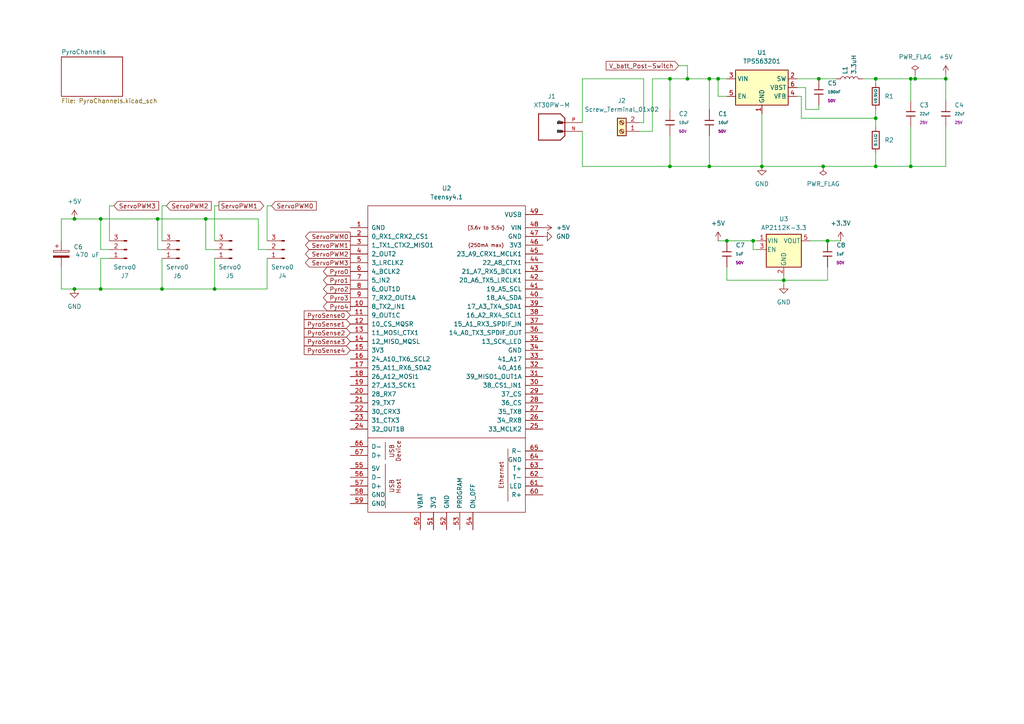
<source format=kicad_sch>
(kicad_sch (version 20250114) (generator "eeschema") (generator_version "9.0")
  (paper "A4")
  (title_block (title "Pronoia Sustainer") (date "2026-01-22") (rev "1.0") (company "Walla Walla University") (comment 1 "Prometheus Rocket Project"))
  (lib_symbols
    (symbol "Connector:Conn_01x03_Pin" (pin_names (offset 1.016) (hide yes))
      (property "Reference" "J" (at 0 5.08 0))
      (property "Value" "Conn_01x03_Pin" (at 0 -5.08 0))
      (symbol "Conn_01x03_Pin_1_1"
        (rectangle (start 0.8636 2.667) (end 0 2.413) (stroke (width 0.1524)) (fill (type outline)))
        (rectangle (start 0.8636 0.127) (end 0 -0.127) (stroke (width 0.1524)) (fill (type outline)))
        (rectangle (start 0.8636 -2.413) (end 0 -2.667) (stroke (width 0.1524)) (fill (type outline)))
        (polyline (pts (xy 1.27 2.54) (xy 0.8636 2.54)) (stroke (width 0.1524)))
        (polyline (pts (xy 1.27 0) (xy 0.8636 0)) (stroke (width 0.1524)))
        (polyline (pts (xy 1.27 -2.54) (xy 0.8636 -2.54)) (stroke (width 0.1524)))
        (pin passive line (at 5.08 2.54 180) (length 3.81) (name "Pin_1") (number "1"))
        (pin passive line (at 5.08 0 180) (length 3.81) (name "Pin_2") (number "2"))
        (pin passive line (at 5.08 -2.54 180) (length 3.81) (name "Pin_3") (number "3"))
      )
    )
    (symbol "Connector:Screw_Terminal_01x02" (pin_names (offset 1.016) (hide yes))
      (property "Reference" "J" (at 0 2.54 0))
      (property "Value" "Screw_Terminal_01x02" (at 0 -5.08 0))
      (symbol "Screw_Terminal_01x02_1_1"
        (rectangle (start -1.27 1.27) (end 1.27 -3.81) (stroke (width 0.254)) (fill (type background)))
        (polyline (pts (xy -0.5334 0.3302) (xy 0.3302 -0.508)) (stroke (width 0.1524)))
        (polyline (pts (xy -0.5334 -2.2098) (xy 0.3302 -3.048)) (stroke (width 0.1524)))
        (polyline (pts (xy -0.3556 0.508) (xy 0.508 -0.3302)) (stroke (width 0.1524)))
        (polyline (pts (xy -0.3556 -2.032) (xy 0.508 -2.8702)) (stroke (width 0.1524)))
        (circle (center 0 0) (radius 0.635) (stroke (width 0.1524)))
        (circle (center 0 -2.54) (radius 0.635) (stroke (width 0.1524)))
        (pin passive line (at -5.08 0 0) (length 3.81) (name "Pin_1") (number "1"))
        (pin passive line (at -5.08 -2.54 0) (length 3.81) (name "Pin_2") (number "2"))
      )
    )
    (symbol "Device:C_Polarized" (pin_numbers (hide yes)) (pin_names (offset 0.254))
      (property "Reference" "C" (at 0.635 2.54 0))
      (property "Value" "C_Polarized" (at 0.635 -2.54 0))
      (symbol "C_Polarized_0_1"
        (rectangle (start -2.286 0.508) (end 2.286 1.016))
        (polyline (pts (xy -1.778 2.286) (xy -0.762 2.286)))
        (polyline (pts (xy -1.27 2.794) (xy -1.27 1.778)))
        (rectangle (start 2.286 -0.508) (end -2.286 -1.016) (fill (type outline)))
      )
      (symbol "C_Polarized_1_1"
        (pin passive line (at 0 3.81 270) (length 2.794) (name "~") (number "1"))
        (pin passive line (at 0 -3.81 90) (length 2.794) (name "~") (number "2"))
      )
    )
    (symbol "Device:L" (pin_numbers (hide yes)) (pin_names (offset 1.016) (hide yes))
      (property "Reference" "L" (at -1.27 0 90))
      (property "Value" "L" (at 1.905 0 90))
      (symbol "L_0_1"
        (arc (start 0 2.54) (mid 0.6323 1.905) (end 0 1.27))
        (arc (start 0 1.27) (mid 0.6323 0.635) (end 0 0))
        (arc (start 0 0) (mid 0.6323 -0.635) (end 0 -1.27))
        (arc (start 0 -1.27) (mid 0.6323 -1.905) (end 0 -2.54))
      )
      (symbol "L_1_1"
        (pin passive line (at 0 3.81 270) (length 1.27) (name "1") (number "1"))
        (pin passive line (at 0 -3.81 90) (length 1.27) (name "2") (number "2"))
      )
    )
    (symbol "PCM_JLCPCB-Capacitors:0603,1uF" (pin_numbers (hide yes)) (pin_names (offset 0))
      (property "Reference" "C" (at 2.032 1.668 0))
      (property "Value" "1uF" (at 2.032 -0.3782 0))
      (property "Voltage Rated" "50V" (at 2.032 -2.0462 0))
      (symbol "0603,1uF_0_1"
        (polyline (pts (xy -1.27 0.635) (xy 1.27 0.635)) (stroke (width 0.254)))
        (polyline (pts (xy -1.27 -0.635) (xy 1.27 -0.635)) (stroke (width 0.254)))
      )
      (symbol "0603,1uF_1_1"
        (pin passive line (at 0 3.81 270) (length 3.175) (name "~") (number "1"))
        (pin passive line (at 0 -3.81 90) (length 3.175) (name "~") (number "2"))
      )
    )
    (symbol "PCM_JLCPCB-Capacitors:0805,22uF" (pin_numbers (hide yes)) (pin_names (offset 0))
      (property "Reference" "C" (at 2.032 1.668 0))
      (property "Value" "22uF" (at 2.032 -0.3782 0))
      (property "Voltage Rated" "25V" (at 2.032 -2.0462 0))
      (symbol "0805,22uF_0_1"
        (polyline (pts (xy -1.27 0.635) (xy 1.27 0.635)) (stroke (width 0.254)))
        (polyline (pts (xy -1.27 -0.635) (xy 1.27 -0.635)) (stroke (width 0.254)))
      )
      (symbol "0805,22uF_1_1"
        (pin passive line (at 0 3.81 270) (length 3.175) (name "~") (number "1"))
        (pin passive line (at 0 -3.81 90) (length 3.175) (name "~") (number "2"))
      )
    )
    (symbol "PCM_JLCPCB-Capacitors:1206,100nF" (pin_numbers (hide yes)) (pin_names (offset 0))
      (property "Reference" "C" (at 2.032 1.668 0))
      (property "Value" "100nF" (at 2.032 -0.3782 0))
      (property "Voltage Rated" "50V" (at 2.032 -2.0462 0))
      (symbol "1206,100nF_0_1"
        (polyline (pts (xy -1.27 0.635) (xy 1.27 0.635)) (stroke (width 0.254)))
        (polyline (pts (xy -1.27 -0.635) (xy 1.27 -0.635)) (stroke (width 0.254)))
      )
      (symbol "1206,100nF_1_1"
        (pin passive line (at 0 3.81 270) (length 3.175) (name "~") (number "1"))
        (pin passive line (at 0 -3.81 90) (length 3.175) (name "~") (number "2"))
      )
    )
    (symbol "PCM_JLCPCB-Capacitors:1206,10uF" (pin_numbers (hide yes)) (pin_names (offset 0))
      (property "Reference" "C" (at 2.032 1.668 0))
      (property "Value" "10uF" (at 2.032 -0.3782 0))
      (property "Voltage Rated" "50V" (at 2.032 -2.0462 0))
      (symbol "1206,10uF_0_1"
        (polyline (pts (xy -1.27 0.635) (xy 1.27 0.635)) (stroke (width 0.254)))
        (polyline (pts (xy -1.27 -0.635) (xy 1.27 -0.635)) (stroke (width 0.254)))
      )
      (symbol "1206,10uF_1_1"
        (pin passive line (at 0 3.81 270) (length 3.175) (name "~") (number "1"))
        (pin passive line (at 0 -3.81 90) (length 3.175) (name "~") (number "2"))
      )
    )
    (symbol "PCM_JLCPCB-Resistors:0805,49.9kΩ" (pin_numbers (hide yes)) (pin_names (offset 0))
      (property "Reference" "R" (at 1.778 0 0))
      (property "Value" "49.9kΩ" (at 0 0 90))
      (symbol "0805,49.9kΩ_0_1"
        (rectangle (start -1.016 2.54) (end 1.016 -2.54) (stroke (width 0.254)))
      )
      (symbol "0805,49.9kΩ_1_1"
        (pin passive line (at 0 3.81 270) (length 1.27) (name "~") (number "1"))
        (pin passive line (at 0 -3.81 90) (length 1.27) (name "~") (number "2"))
      )
    )
    (symbol "PCM_JLCPCB-Resistors:0805,9.1kΩ" (pin_numbers (hide yes)) (pin_names (offset 0))
      (property "Reference" "R" (at 1.778 0 0))
      (property "Value" "9.1kΩ" (at 0 0 90))
      (symbol "0805,9.1kΩ_0_1"
        (rectangle (start -1.016 2.54) (end 1.016 -2.54) (stroke (width 0.254)))
      )
      (symbol "0805,9.1kΩ_1_1"
        (pin passive line (at 0 3.81 270) (length 1.27) (name "~") (number "1"))
        (pin passive line (at 0 -3.81 90) (length 1.27) (name "~") (number "2"))
      )
    )
    (symbol "Regulator_Linear:AP2112K-3.3" (pin_names (offset 0.254))
      (property "Reference" "U" (at -5.08 5.715 0))
      (property "Value" "AP2112K-3.3" (at 0 5.715 0))
      (symbol "AP2112K-3.3_0_1"
        (rectangle (start -5.08 4.445) (end 5.08 -5.08) (stroke (width 0.254)) (fill (type background)))
      )
      (symbol "AP2112K-3.3_1_1"
        (pin power_in line (at -7.62 2.54 0) (length 2.54) (name "VIN") (number "1"))
        (pin input line (at -7.62 0 0) (length 2.54) (name "EN") (number "3"))
        (pin power_in line (at 0 -7.62 90) (length 2.54) (name "GND") (number "2"))
        (pin no_connect line (at 5.08 0 180) (length 2.54) (hide yes) (name "NC") (number "4"))
        (pin power_out line (at 7.62 2.54 180) (length 2.54) (name "VOUT") (number "5"))
      )
    )
    (symbol "Regulator_Switching:TPS563201"
      (property "Reference" "U" (at -7.62 6.35 0))
      (property "Value" "TPS563201" (at -2.54 6.35 0))
      (symbol "TPS563201_0_1"
        (rectangle (start -7.62 5.08) (end 7.62 -5.08) (stroke (width 0.254)) (fill (type background)))
      )
      (symbol "TPS563201_1_1"
        (pin power_in line (at -10.16 2.54 0) (length 2.54) (name "VIN") (number "3"))
        (pin input line (at -10.16 -2.54 0) (length 2.54) (name "EN") (number "5"))
        (pin power_in line (at 0 -7.62 90) (length 2.54) (name "GND") (number "1"))
        (pin output line (at 10.16 2.54 180) (length 2.54) (name "SW") (number "2"))
        (pin passive line (at 10.16 0 180) (length 2.54) (name "VBST") (number "6"))
        (pin input line (at 10.16 -2.54 180) (length 2.54) (name "VFB") (number "4"))
      )
    )
    (symbol "XT30PW-M:XT30PW-M" (pin_names (offset 1.016))
      (property "Reference" "J" (at -7.62 3.302 0))
      (property "Value" "XT30PW-M" (at -7.62 -7.62 0))
      (symbol "XT30PW-M_0_0"
        (polyline (pts (xy -7.62 2.54) (xy -1.27 2.54)) (stroke (width 0.254)))
        (polyline (pts (xy -7.62 -5.08) (xy -7.62 2.54)) (stroke (width 0.254)))
        (rectangle (start -2.2225 -0.3175) (end -0.635 0.3175) (stroke (width 0.1)) (fill (type outline)))
        (rectangle (start -2.2225 -2.8575) (end -0.635 -2.2225) (stroke (width 0.1)) (fill (type outline)))
        (polyline (pts (xy -1.27 -5.08) (xy -7.62 -5.08)) (stroke (width 0.254)))
        (polyline (pts (xy 0 1.27) (xy -1.27 2.54)) (stroke (width 0.254)))
        (polyline (pts (xy 0 1.27) (xy 0 0)) (stroke (width 0.254)))
        (polyline (pts (xy 0 0) (xy -1.905 0)) (stroke (width 0.254)))
        (polyline (pts (xy 0 0) (xy 0 -3.81)) (stroke (width 0.254)))
        (polyline (pts (xy 0 -2.54) (xy -1.905 -2.54)) (stroke (width 0.254)))
        (polyline (pts (xy 0 -3.81) (xy -1.27 -5.08)) (stroke (width 0.254)))
        (pin power_in line (at 5.08 0 180) (length 5.08) (name "P") (number "P"))
        (pin power_in line (at 5.08 -2.54 180) (length 5.08) (name "N") (number "N"))
      )
    )
    (symbol "power:+3.3V" (power) (pin_numbers (hide yes)) (pin_names (offset 0) (hide yes))
      (property "Value" "+3.3V" (at 0 3.556 0))
      (symbol "+3.3V_0_1"
        (polyline (pts (xy -0.762 1.27) (xy 0 2.54)))
        (polyline (pts (xy 0 2.54) (xy 0.762 1.27)))
        (polyline (pts (xy 0 0) (xy 0 2.54)))
      )
      (symbol "+3.3V_1_1"
        (pin power_in line (at 0 0 90) (length 0) (name "~") (number "1"))
      )
    )
    (symbol "power:+5V" (power) (pin_numbers (hide yes)) (pin_names (offset 0) (hide yes))
      (property "Value" "+5V" (at 0 3.556 0))
      (symbol "+5V_0_1"
        (polyline (pts (xy -0.762 1.27) (xy 0 2.54)))
        (polyline (pts (xy 0 2.54) (xy 0.762 1.27)))
        (polyline (pts (xy 0 0) (xy 0 2.54)))
      )
      (symbol "+5V_1_1"
        (pin power_in line (at 0 0 90) (length 0) (name "~") (number "1"))
      )
    )
    (symbol "power:GND" (power) (pin_numbers (hide yes)) (pin_names (offset 0) (hide yes))
      (property "Value" "GND" (at 0 -3.81 0))
      (symbol "GND_0_1"
        (polyline (pts (xy 0 0) (xy 0 -1.27) (xy 1.27 -1.27) (xy 0 -2.54) (xy -1.27 -1.27) (xy 0 -1.27)))
      )
      (symbol "GND_1_1"
        (pin power_in line (at 0 0 270) (length 0) (name "~") (number "1"))
      )
    )
    (symbol "power:PWR_FLAG" (power) (pin_numbers (hide yes)) (pin_names (offset 0) (hide yes))
      (property "Value" "PWR_FLAG" (at 0 3.81 0))
      (symbol "PWR_FLAG_0_0"
        (pin power_out line (at 0 0 90) (length 0) (name "~") (number "1"))
      )
      (symbol "PWR_FLAG_0_1"
        (polyline (pts (xy 0 0) (xy 0 1.27) (xy -1.016 1.905) (xy 0 2.54) (xy 1.016 1.905) (xy 0 1.27)))
      )
    )
    (symbol "teensy:Teensy4.1" (pin_names (offset 1.016))
      (property "Reference" "U" (at 0 64.77 0))
      (property "Value" "Teensy4.1" (at 0 62.23 0))
      (symbol "Teensy4.1_0_0"
        (polyline (pts (xy -22.86 -6.35) (xy 22.86 -6.35)))
        (polyline (pts (xy -17.78 -7.62) (xy -17.78 -12.7)))
        (polyline (pts (xy -17.78 -26.67) (xy -17.78 -13.97)))
        (polyline (pts (xy 17.78 -9.525) (xy 17.78 -24.765)))
        (text "USB" (at -15.875 -10.16 900) (effects (font (size 1.27 1.27))))
        (text "USB" (at -15.875 -20.32 900) (effects (font (size 1.27 1.27))))
        (text "Device" (at -13.97 -10.16 900) (effects (font (size 1.27 1.27))))
        (text "Host" (at -13.97 -20.32 900) (effects (font (size 1.27 1.27))))
        (text "(3.6v to 5.5v)" (at 11.43 54.61 0) (effects (font (size 1.016 1.016))))
        (text "(250mA max)" (at 11.43 49.53 0) (effects (font (size 1.016 1.016))))
        (text "Ethernet" (at 15.875 -17.145 900) (effects (font (size 1.27 1.27))))
        (pin bidirectional line (at -27.94 44.45 0) (length 5.08) (name "3_LRCLK2") (number "5"))
        (pin bidirectional line (at -27.94 41.91 0) (length 5.08) (name "4_BCLK2") (number "6"))
        (pin bidirectional line (at -27.94 39.37 0) (length 5.08) (name "5_IN2") (number "7"))
        (pin bidirectional line (at -27.94 36.83 0) (length 5.08) (name "6_OUT1D") (number "8"))
        (pin bidirectional line (at -27.94 34.29 0) (length 5.08) (name "7_RX2_OUT1A") (number "9"))
        (pin bidirectional line (at -27.94 31.75 0) (length 5.08) (name "8_TX2_IN1") (number "10"))
        (pin bidirectional line (at -27.94 29.21 0) (length 5.08) (name "9_OUT1C") (number "11"))
        (pin bidirectional line (at -27.94 26.67 0) (length 5.08) (name "10_CS_MQSR") (number "12"))
        (pin bidirectional line (at -27.94 24.13 0) (length 5.08) (name "11_MOSI_CTX1") (number "13"))
        (pin bidirectional line (at -27.94 21.59 0) (length 5.08) (name "12_MISO_MQSL") (number "14"))
        (pin power_in line (at -27.94 19.05 0) (length 5.08) (name "3V3") (number "15"))
        (pin bidirectional line (at -27.94 16.51 0) (length 5.08) (name "24_A10_TX6_SCL2") (number "16"))
        (pin bidirectional line (at -27.94 13.97 0) (length 5.08) (name "25_A11_RX6_SDA2") (number "17"))
        (pin bidirectional line (at -27.94 11.43 0) (length 5.08) (name "26_A12_MOSI1") (number "18"))
        (pin bidirectional line (at -27.94 8.89 0) (length 5.08) (name "27_A13_SCK1") (number "19"))
        (pin bidirectional line (at -27.94 6.35 0) (length 5.08) (name "28_RX7") (number "20"))
        (pin bidirectional line (at -27.94 3.81 0) (length 5.08) (name "29_TX7") (number "21"))
        (pin bidirectional line (at -27.94 1.27 0) (length 5.08) (name "30_CRX3") (number "22"))
        (pin bidirectional line (at -27.94 -1.27 0) (length 5.08) (name "31_CTX3") (number "23"))
        (pin bidirectional line (at -27.94 -3.81 0) (length 5.08) (name "32_OUT1B") (number "24"))
        (pin bidirectional line (at -27.94 -8.89 0) (length 5.08) (name "D-") (number "66"))
        (pin bidirectional line (at -27.94 -11.43 0) (length 5.08) (name "D+") (number "67"))
        (pin power_out line (at -27.94 -15.24 0) (length 5.08) (name "5V") (number "55"))
        (pin bidirectional line (at -27.94 -17.78 0) (length 5.08) (name "D-") (number "56"))
        (pin bidirectional line (at -27.94 -20.32 0) (length 5.08) (name "D+") (number "57"))
        (pin power_in line (at -27.94 -22.86 0) (length 5.08) (name "GND") (number "58"))
        (pin power_in line (at -27.94 -25.4 0) (length 5.08) (name "GND") (number "59"))
        (pin power_in line (at -7.62 -33.02 90) (length 5.08) (name "VBAT") (number "50"))
        (pin power_in line (at -3.81 -33.02 90) (length 5.08) (name "3V3") (number "51"))
        (pin input line (at 0 -33.02 90) (length 5.08) (name "GND") (number "52"))
        (pin input line (at 3.81 -33.02 90) (length 5.08) (name "PROGRAM") (number "53"))
        (pin input line (at 7.62 -33.02 90) (length 5.08) (name "ON_OFF") (number "54"))
        (pin power_out line (at 27.94 58.42 180) (length 5.08) (name "VUSB") (number "49"))
        (pin power_in line (at 27.94 54.61 180) (length 5.08) (name "VIN") (number "48"))
        (pin output line (at 27.94 52.07 180) (length 5.08) (name "GND") (number "47"))
        (pin output line (at 27.94 49.53 180) (length 5.08) (name "3V3") (number "46"))
        (pin bidirectional line (at 27.94 46.99 180) (length 5.08) (name "23_A9_CRX1_MCLK1") (number "45"))
        (pin bidirectional line (at 27.94 44.45 180) (length 5.08) (name "22_A8_CTX1") (number "44"))
        (pin bidirectional line (at 27.94 41.91 180) (length 5.08) (name "21_A7_RX5_BCLK1") (number "43"))
        (pin bidirectional line (at 27.94 39.37 180) (length 5.08) (name "20_A6_TX5_LRCLK1") (number "42"))
        (pin bidirectional line (at 27.94 36.83 180) (length 5.08) (name "19_A5_SCL") (number "41"))
        (pin bidirectional line (at 27.94 34.29 180) (length 5.08) (name "18_A4_SDA") (number "40"))
        (pin bidirectional line (at 27.94 31.75 180) (length 5.08) (name "17_A3_TX4_SDA1") (number "39"))
        (pin bidirectional line (at 27.94 29.21 180) (length 5.08) (name "16_A2_RX4_SCL1") (number "38"))
        (pin bidirectional line (at 27.94 26.67 180) (length 5.08) (name "15_A1_RX3_SPDIF_IN") (number "37"))
        (pin bidirectional line (at 27.94 24.13 180) (length 5.08) (name "14_A0_TX3_SPDIF_OUT") (number "36"))
        (pin bidirectional line (at 27.94 21.59 180) (length 5.08) (name "13_SCK_LED") (number "35"))
        (pin bidirectional line (at 27.94 16.51 180) (length 5.08) (name "41_A17") (number "33"))
        (pin bidirectional line (at 27.94 13.97 180) (length 5.08) (name "40_A16") (number "32"))
        (pin bidirectional line (at 27.94 11.43 180) (length 5.08) (name "39_MISO1_OUT1A") (number "31"))
        (pin bidirectional line (at 27.94 8.89 180) (length 5.08) (name "38_CS1_IN1") (number "30"))
        (pin bidirectional line (at 27.94 6.35 180) (length 5.08) (name "37_CS") (number "29"))
        (pin bidirectional line (at 27.94 3.81 180) (length 5.08) (name "36_CS") (number "28"))
        (pin bidirectional line (at 27.94 1.27 180) (length 5.08) (name "35_TX8") (number "27"))
        (pin bidirectional line (at 27.94 -1.27 180) (length 5.08) (name "34_RX8") (number "26"))
        (pin bidirectional line (at 27.94 -3.81 180) (length 5.08) (name "33_MCLK2") (number "25"))
        (pin bidirectional line (at 27.94 -10.16 180) (length 5.08) (name "R-") (number "65"))
        (pin power_in line (at 27.94 -12.7 180) (length 5.08) (name "GND") (number "64"))
        (pin bidirectional line (at 27.94 -15.24 180) (length 5.08) (name "T+") (number "63"))
        (pin bidirectional line (at 27.94 -17.78 180) (length 5.08) (name "T-") (number "62"))
        (pin bidirectional line (at 27.94 -20.32 180) (length 5.08) (name "LED") (number "61"))
        (pin bidirectional line (at 27.94 -22.86 180) (length 5.08) (name "R+") (number "60"))
      )
      (symbol "Teensy4.1_0_1"
        (rectangle (start -22.86 60.96) (end 22.86 -27.94))
        (rectangle (start -20.32 -1.27) (end -20.32 -1.27))
      )
      (symbol "Teensy4.1_1_1"
        (pin power_in line (at -27.94 54.61 0) (length 5.08) (name "GND") (number "1"))
        (pin bidirectional line (at -27.94 52.07 0) (length 5.08) (name "0_RX1_CRX2_CS1") (number "2"))
        (pin bidirectional line (at -27.94 49.53 0) (length 5.08) (name "1_TX1_CTX2_MISO1") (number "3"))
        (pin bidirectional line (at -27.94 46.99 0) (length 5.08) (name "2_OUT2") (number "4"))
        (pin power_in line (at 27.94 19.05 180) (length 5.08) (name "GND") (number "34"))
      )
    )
  )
  (junction (at 21.59 83.82))
  (junction (at 205.74 22.86))
  (junction (at 205.74 48.26))
  (junction (at 264.16 48.26))
  (junction (at 220.98 48.26))
  (junction (at 238.76 48.26))
  (junction (at 208.28 22.86))
  (junction (at 218.44 69.85))
  (junction (at 240.03 69.85))
  (junction (at 62.23 83.82))
  (junction (at 46.99 83.82))
  (junction (at 29.21 63.5))
  (junction (at 237.49 22.86))
  (junction (at 59.69 63.5))
  (junction (at 227.33 81.28))
  (junction (at 264.16 22.86))
  (junction (at 194.31 48.26))
  (junction (at 265.43 22.86))
  (junction (at 254 22.86))
  (junction (at 45.72 63.5))
  (junction (at 29.21 83.82))
  (junction (at 21.59 63.5))
  (junction (at 210.82 69.85))
  (junction (at 274.32 22.86))
  (junction (at 254 34.29))
  (junction (at 194.31 22.86))
  (junction (at 254 48.26))
  (junction (at 199.39 22.86))
  (wire (pts (xy 63.5 59.69) (xy 62.23 59.69)))
  (wire (pts (xy 77.47 74.93) (xy 77.47 83.82)))
  (wire (pts (xy 264.16 36.83) (xy 264.16 48.26)))
  (wire (pts (xy 208.28 69.85) (xy 210.82 69.85)))
  (wire (pts (xy 274.32 36.83) (xy 274.32 48.26)))
  (wire (pts (xy 185.42 38.1) (xy 189.23 38.1)))
  (wire (pts (xy 29.21 63.5) (xy 45.72 63.5)))
  (wire (pts (xy 234.95 69.85) (xy 240.03 69.85)))
  (wire (pts (xy 189.23 38.1) (xy 189.23 22.86)))
  (wire (pts (xy 210.82 81.28) (xy 227.33 81.28)))
  (wire (pts (xy 265.43 22.86) (xy 274.32 22.86)))
  (wire (pts (xy 237.49 22.86) (xy 242.57 22.86)))
  (wire (pts (xy 194.31 48.26) (xy 205.74 48.26)))
  (wire (pts (xy 254 22.86) (xy 264.16 22.86)))
  (wire (pts (xy 254 31.75) (xy 254 34.29)))
  (wire (pts (xy 264.16 29.21) (xy 264.16 22.86)))
  (wire (pts (xy 194.31 39.37) (xy 194.31 48.26)))
  (wire (pts (xy 220.98 48.26) (xy 238.76 48.26)))
  (wire (pts (xy 77.47 83.82) (xy 62.23 83.82)))
  (wire (pts (xy 208.28 27.94) (xy 210.82 27.94)))
  (wire (pts (xy 220.98 33.02) (xy 220.98 48.26)))
  (wire (pts (xy 29.21 72.39) (xy 29.21 63.5)))
  (wire (pts (xy 254 34.29) (xy 254 36.83)))
  (wire (pts (xy 264.16 48.26) (xy 254 48.26)))
  (wire (pts (xy 210.82 69.85) (xy 218.44 69.85)))
  (wire (pts (xy 254 22.86) (xy 254 24.13)))
  (wire (pts (xy 33.02 59.69) (xy 31.75 59.69)))
  (wire (pts (xy 227.33 81.28) (xy 240.03 81.28)))
  (wire (pts (xy 196.85 19.05) (xy 199.39 19.05)))
  (wire (pts (xy 274.32 29.21) (xy 274.32 22.86)))
  (wire (pts (xy 194.31 22.86) (xy 199.39 22.86)))
  (wire (pts (xy 46.99 74.93) (xy 46.99 83.82)))
  (wire (pts (xy 265.43 21.59) (xy 265.43 22.86)))
  (wire (pts (xy 264.16 48.26) (xy 274.32 48.26)))
  (wire (pts (xy 232.41 34.29) (xy 254 34.29)))
  (wire (pts (xy 21.59 63.5) (xy 29.21 63.5)))
  (wire (pts (xy 62.23 59.69) (xy 62.23 69.85)))
  (wire (pts (xy 31.75 72.39) (xy 29.21 72.39)))
  (wire (pts (xy 274.32 21.59) (xy 274.32 22.86)))
  (wire (pts (xy 186.69 35.56) (xy 185.42 35.56)))
  (wire (pts (xy 21.59 83.82) (xy 29.21 83.82)))
  (wire (pts (xy 240.03 69.85) (xy 243.84 69.85)))
  (wire (pts (xy 219.71 72.39) (xy 218.44 72.39)))
  (wire (pts (xy 168.91 35.56) (xy 168.91 22.86)))
  (wire (pts (xy 168.91 22.86) (xy 186.69 22.86)))
  (wire (pts (xy 45.72 63.5) (xy 59.69 63.5)))
  (wire (pts (xy 31.75 59.69) (xy 31.75 69.85)))
  (wire (pts (xy 46.99 83.82) (xy 62.23 83.82)))
  (wire (pts (xy 17.78 77.47) (xy 17.78 83.82)))
  (wire (pts (xy 59.69 63.5) (xy 74.93 63.5)))
  (wire (pts (xy 208.28 22.86) (xy 210.82 22.86)))
  (wire (pts (xy 220.98 48.26) (xy 205.74 48.26)))
  (wire (pts (xy 189.23 22.86) (xy 194.31 22.86)))
  (wire (pts (xy 231.14 27.94) (xy 232.41 27.94)))
  (wire (pts (xy 46.99 59.69) (xy 46.99 69.85)))
  (wire (pts (xy 254 44.45) (xy 254 48.26)))
  (wire (pts (xy 205.74 39.37) (xy 205.74 48.26)))
  (wire (pts (xy 17.78 69.85) (xy 17.78 63.5)))
  (wire (pts (xy 59.69 72.39) (xy 59.69 63.5)))
  (wire (pts (xy 233.68 25.4) (xy 233.68 31.75)))
  (wire (pts (xy 264.16 22.86) (xy 265.43 22.86)))
  (wire (pts (xy 77.47 59.69) (xy 77.47 69.85)))
  (wire (pts (xy 46.99 72.39) (xy 45.72 72.39)))
  (wire (pts (xy 45.72 72.39) (xy 45.72 63.5)))
  (wire (pts (xy 77.47 72.39) (xy 74.93 72.39)))
  (wire (pts (xy 29.21 74.93) (xy 29.21 83.82)))
  (wire (pts (xy 17.78 63.5) (xy 21.59 63.5)))
  (wire (pts (xy 218.44 69.85) (xy 219.71 69.85)))
  (wire (pts (xy 17.78 83.82) (xy 21.59 83.82)))
  (wire (pts (xy 231.14 25.4) (xy 233.68 25.4)))
  (wire (pts (xy 62.23 74.93) (xy 62.23 83.82)))
  (wire (pts (xy 74.93 72.39) (xy 74.93 63.5)))
  (wire (pts (xy 205.74 22.86) (xy 205.74 31.75)))
  (wire (pts (xy 238.76 48.26) (xy 254 48.26)))
  (wire (pts (xy 233.68 31.75) (xy 237.49 31.75)))
  (wire (pts (xy 218.44 69.85) (xy 218.44 72.39)))
  (wire (pts (xy 62.23 72.39) (xy 59.69 72.39)))
  (wire (pts (xy 194.31 31.75) (xy 194.31 22.86)))
  (wire (pts (xy 186.69 22.86) (xy 186.69 35.56)))
  (wire (pts (xy 227.33 80.01) (xy 227.33 81.28)))
  (wire (pts (xy 48.26 59.69) (xy 46.99 59.69)))
  (wire (pts (xy 210.82 77.47) (xy 210.82 81.28)))
  (wire (pts (xy 31.75 74.93) (xy 29.21 74.93)))
  (wire (pts (xy 199.39 22.86) (xy 205.74 22.86)))
  (wire (pts (xy 231.14 22.86) (xy 237.49 22.86)))
  (wire (pts (xy 250.19 22.86) (xy 254 22.86)))
  (wire (pts (xy 240.03 77.47) (xy 240.03 81.28)))
  (wire (pts (xy 227.33 82.55) (xy 227.33 81.28)))
  (wire (pts (xy 232.41 27.94) (xy 232.41 34.29)))
  (wire (pts (xy 237.49 31.75) (xy 237.49 30.48)))
  (wire (pts (xy 78.74 59.69) (xy 77.47 59.69)))
  (wire (pts (xy 29.21 83.82) (xy 46.99 83.82)))
  (wire (pts (xy 208.28 22.86) (xy 208.28 27.94)))
  (wire (pts (xy 205.74 22.86) (xy 208.28 22.86)))
  (wire (pts (xy 199.39 19.05) (xy 199.39 22.86)))
  (wire (pts (xy 168.91 38.1) (xy 168.91 48.26)))
  (wire (pts (xy 168.91 48.26) (xy 194.31 48.26)))
  (global_label "ServoPWM0" (shape input) (at 78.74 59.69 0) (property "Intersheetrefs" "${INTERSHEET_REFS}" (effects (hide yes))))
  (global_label "ServoPWM2" (shape output) (at 101.6 73.66 180) (property "Intersheetrefs" "${INTERSHEET_REFS}" (effects (hide yes))))
  (global_label "PyroSense1" (shape input) (at 101.6 93.98 180) (property "Intersheetrefs" "${INTERSHEET_REFS}" (effects (hide yes))))
  (global_label "Pyro2" (shape output) (at 101.6 83.82 180) (property "Intersheetrefs" "${INTERSHEET_REFS}" (effects (hide yes))))
  (global_label "ServoPWM0" (shape output) (at 101.6 68.58 180) (property "Intersheetrefs" "${INTERSHEET_REFS}" (effects (hide yes))))
  (global_label "Pyro0" (shape output) (at 101.6 78.74 180) (property "Intersheetrefs" "${INTERSHEET_REFS}" (effects (hide yes))))
  (global_label "Pyro4" (shape output) (at 101.6 88.9 180) (property "Intersheetrefs" "${INTERSHEET_REFS}" (effects (hide yes))))
  (global_label "PyroSense4" (shape input) (at 101.6 101.6 180) (property "Intersheetrefs" "${INTERSHEET_REFS}" (effects (hide yes))))
  (global_label "ServoPWM3" (shape input) (at 33.02 59.69 0) (property "Intersheetrefs" "${INTERSHEET_REFS}" (effects (hide yes))))
  (global_label "Pyro1" (shape output) (at 101.6 81.28 180) (property "Intersheetrefs" "${INTERSHEET_REFS}" (effects (hide yes))))
  (global_label "ServoPWM3" (shape output) (at 101.6 76.2 180) (property "Intersheetrefs" "${INTERSHEET_REFS}" (effects (hide yes))))
  (global_label "V_batt_Post-Switch" (shape input) (at 196.85 19.05 180) (property "Intersheetrefs" "${INTERSHEET_REFS}" (effects (hide yes))))
  (global_label "PyroSense2" (shape input) (at 101.6 96.52 180) (property "Intersheetrefs" "${INTERSHEET_REFS}" (effects (hide yes))))
  (global_label "ServoPWM2" (shape input) (at 48.26 59.69 0) (property "Intersheetrefs" "${INTERSHEET_REFS}" (effects (hide yes))))
  (global_label "PyroSense3" (shape input) (at 101.6 99.06 180) (property "Intersheetrefs" "${INTERSHEET_REFS}" (effects (hide yes))))
  (global_label "PyroSense0" (shape input) (at 101.6 91.44 180) (property "Intersheetrefs" "${INTERSHEET_REFS}" (effects (hide yes))))
  (global_label "ServoPWM1" (shape output) (at 63.5 59.69 0) (property "Intersheetrefs" "${INTERSHEET_REFS}" (effects (hide yes))))
  (global_label "ServoPWM1" (shape output) (at 101.6 71.12 180) (property "Intersheetrefs" "${INTERSHEET_REFS}" (effects (hide yes))))
  (global_label "Pyro3" (shape output) (at 101.6 86.36 180) (property "Intersheetrefs" "${INTERSHEET_REFS}" (effects (hide yes))))
  (symbol (lib_id "PCM_JLCPCB-Capacitors:0805,22uF") (at 274.32 33.02 0) (unit 1)
    (property "Reference" "C4" (at 276.86 30.4799 0) (effects (justify left)))
    (property "Value" "22uF" (at 276.86 33.02 0) (effects (font (size 0.8 0.8)) (justify left)))
    (property "Footprint" "PCM_JLCPCB:C_0805" (effects (hide yes)))
    (property "Datasheet" "https://www.lcsc.com/datasheet/lcsc_datasheet_2304140030_Samsung-Electro-Mechanics-CL21A226MAQNNNE_C45783.pdf" (effects (hide yes)))
    (property "Description" "25V 22uF X5R ±20% 0805 Multilayer Ceramic Capacitors MLCC - SMD/SMT ROHS" (effects (hide yes)))
    (property "LCSC" "C45783" (effects (hide yes)))
    (property "Stock" "6479946" (effects (hide yes)))
    (property "Price" "0.027USD" (effects (hide yes)))
    (property "Process" "SMT" (effects (hide yes)))
    (property "Minimum Qty" "20" (effects (hide yes)))
    (property "Attrition Qty" "8" (effects (hide yes)))
    (property "Class" "Basic Component" (effects (hide yes)))
    (property "Category" "Capacitors,Multilayer Ceramic Capacitors MLCC - SMD/SMT" (effects (hide yes)))
    (property "Manufacturer" "Samsung Electro-Mechanics" (effects (hide yes)))
    (property "Part" "CL21A226MAQNNNE" (effects (hide yes)))
    (property "Voltage Rated" "25V" (at 276.86 35.56 0) (effects (font (size 0.8 0.8)) (justify left)))
    (property "Tolerance" "±20%" (effects (hide yes)))
    (property "Capacitance" "22uF" (effects (hide yes)))
    (property "Temperature Coefficient" "X5R" (effects (hide yes)))
  )
  (symbol (lib_id "Device:C_Polarized") (at 17.78 73.66 0) (unit 1)
    (property "Reference" "C6" (at 21.336 71.628 0) (effects (justify left)))
    (property "Value" "470 uF" (at 21.844 73.914 0) (effects (justify left)))
    (property "Footprint" "Capacitor_SMD:CP_Elec_8x10" (effects (hide yes)))
    (property "Datasheet" "https://jlcpcb.com/api/file/downloadByFileSystemAccessId/8590163646510112768" (effects (hide yes)))
    (property "Description" "-55℃~+105℃ 10.2mm 16V 240mA@120Hz 2800hrs@105℃ 470uF 8mm ±20% SMD,D8xL10.2mm Aluminum Electrolytic Capacitors - SMD ROHS" (effects (hide yes)))
    (property "LCSC" "C970706" (effects (hide yes)))
  )
  (symbol (lib_id "power:PWR_FLAG") (at 265.43 21.59 0) (unit 1)
    (property "Reference" "#FLG01" (effects (hide yes)))
    (property "Value" "PWR_FLAG" (at 265.43 16.51 0))
    (property "Description" "Special symbol for telling ERC where power comes from" (effects (hide yes)))
  )
  (symbol (lib_id "PCM_JLCPCB-Capacitors:0603,1uF") (at 240.03 73.66 0) (unit 1)
    (property "Reference" "C8" (at 242.57 71.1199 0) (effects (justify left)))
    (property "Value" "1uF" (at 242.57 73.66 0) (effects (font (size 0.8 0.8)) (justify left)))
    (property "Footprint" "PCM_JLCPCB:C_0603" (effects (hide yes)))
    (property "Datasheet" "https://www.lcsc.com/datasheet/lcsc_datasheet_2304140030_Samsung-Electro-Mechanics-CL10A105KB8NNNC_C15849.pdf" (effects (hide yes)))
    (property "Description" "50V 1uF X5R ±10% 0603 Multilayer Ceramic Capacitors MLCC - SMD/SMT ROHS" (effects (hide yes)))
    (property "LCSC" "C15849" (effects (hide yes)))
    (property "Stock" "11535980" (effects (hide yes)))
    (property "Price" "0.008USD" (effects (hide yes)))
    (property "Process" "SMT" (effects (hide yes)))
    (property "Minimum Qty" "20" (effects (hide yes)))
    (property "Attrition Qty" "10" (effects (hide yes)))
    (property "Class" "Basic Component" (effects (hide yes)))
    (property "Category" "Capacitors,Multilayer Ceramic Capacitors MLCC - SMD/SMT" (effects (hide yes)))
    (property "Manufacturer" "Samsung Electro-Mechanics" (effects (hide yes)))
    (property "Part" "CL10A105KB8NNNC" (effects (hide yes)))
    (property "Voltage Rated" "50V" (at 242.57 76.2 0) (effects (font (size 0.8 0.8)) (justify left)))
    (property "Tolerance" "±10%" (effects (hide yes)))
    (property "Capacitance" "1uF" (effects (hide yes)))
    (property "Temperature Coefficient" "X5R" (effects (hide yes)))
  )
  (symbol (lib_id "Connector:Conn_01x03_Pin") (at 67.31 72.39 180) (unit 1)
    (property "Reference" "J5" (at 66.675 80.01 0))
    (property "Value" "Servo0" (at 66.675 77.47 0))
    (property "Footprint" "Connector_PinHeader_2.54mm:PinHeader_1x03_P2.54mm_Vertical" (effects (hide yes)))
    (property "Description" "Generic connector, single row, 01x03, script generated" (effects (hide yes)))
  )
  (symbol (lib_id "Connector:Conn_01x03_Pin") (at 36.83 72.39 180) (unit 1)
    (property "Reference" "J7" (at 36.195 80.01 0))
    (property "Value" "Servo0" (at 36.195 77.47 0))
    (property "Footprint" "Connector_PinHeader_2.54mm:PinHeader_1x03_P2.54mm_Vertical" (effects (hide yes)))
    (property "Description" "Generic connector, single row, 01x03, script generated" (effects (hide yes)))
  )
  (symbol (lib_id "Device:L") (at 246.38 22.86 90) (unit 1)
    (property "Reference" "L1" (at 245.1099 21.59 0) (effects (justify left)))
    (property "Value" "3.3uH" (at 247.6499 21.59 0) (effects (justify left)))
    (property "Footprint" "Inductor_SMD:L_Bourns-SRN8040_8x8.15mm" (effects (hide yes)))
    (property "Datasheet" "https://www.bourns.com/docs/Product-Datasheets/SRN8040.pdf" (effects (hide yes)))
    (property "Description" "SRN8040-3R3Y Inductor" (effects (hide yes)))
    (property "LCSC" "C780188" (effects (hide yes)))
  )
  (symbol (lib_id "Connector:Conn_01x03_Pin") (at 82.55 72.39 180) (unit 1)
    (property "Reference" "J4" (at 81.915 80.01 0))
    (property "Value" "Servo0" (at 81.915 77.47 0))
    (property "Footprint" "Connector_PinHeader_2.54mm:PinHeader_1x03_P2.54mm_Vertical" (effects (hide yes)))
    (property "Description" "Generic connector, single row, 01x03, script generated" (effects (hide yes)))
  )
  (symbol (lib_id "power:+5V") (at 208.28 69.85 0) (unit 1)
    (property "Reference" "#PWR012" (effects (hide yes)))
    (property "Value" "+5V" (at 208.28 64.77 0))
    (property "Description" "Power symbol creates a global label with name \"+5V\"" (effects (hide yes)))
  )
  (symbol (lib_id "PCM_JLCPCB-Capacitors:0603,1uF") (at 210.82 73.66 0) (unit 1)
    (property "Reference" "C7" (at 213.36 71.1199 0) (effects (justify left)))
    (property "Value" "1uF" (at 213.36 73.66 0) (effects (font (size 0.8 0.8)) (justify left)))
    (property "Footprint" "PCM_JLCPCB:C_0603" (effects (hide yes)))
    (property "Datasheet" "https://www.lcsc.com/datasheet/lcsc_datasheet_2304140030_Samsung-Electro-Mechanics-CL10A105KB8NNNC_C15849.pdf" (effects (hide yes)))
    (property "Description" "50V 1uF X5R ±10% 0603 Multilayer Ceramic Capacitors MLCC - SMD/SMT ROHS" (effects (hide yes)))
    (property "LCSC" "C15849" (effects (hide yes)))
    (property "Stock" "11535980" (effects (hide yes)))
    (property "Price" "0.008USD" (effects (hide yes)))
    (property "Process" "SMT" (effects (hide yes)))
    (property "Minimum Qty" "20" (effects (hide yes)))
    (property "Attrition Qty" "10" (effects (hide yes)))
    (property "Class" "Basic Component" (effects (hide yes)))
    (property "Category" "Capacitors,Multilayer Ceramic Capacitors MLCC - SMD/SMT" (effects (hide yes)))
    (property "Manufacturer" "Samsung Electro-Mechanics" (effects (hide yes)))
    (property "Part" "CL10A105KB8NNNC" (effects (hide yes)))
    (property "Voltage Rated" "50V" (at 213.36 76.2 0) (effects (font (size 0.8 0.8)) (justify left)))
    (property "Tolerance" "±10%" (effects (hide yes)))
    (property "Capacitance" "1uF" (effects (hide yes)))
    (property "Temperature Coefficient" "X5R" (effects (hide yes)))
  )
  (symbol (lib_id "Connector:Conn_01x03_Pin") (at 52.07 72.39 180) (unit 1)
    (property "Reference" "J6" (at 51.435 80.01 0))
    (property "Value" "Servo0" (at 51.435 77.47 0))
    (property "Footprint" "Connector_PinHeader_2.54mm:PinHeader_1x03_P2.54mm_Vertical" (effects (hide yes)))
    (property "Description" "Generic connector, single row, 01x03, script generated" (effects (hide yes)))
  )
  (symbol (lib_id "power:+5V") (at 157.48 66.04 270) (unit 1)
    (property "Reference" "#PWR03" (effects (hide yes)))
    (property "Value" "+5V" (at 161.29 66.0399 90) (effects (justify left)))
    (property "Description" "Power symbol creates a global label with name \"+5V\"" (effects (hide yes)))
  )
  (symbol (lib_id "power:GND") (at 157.48 68.58 90) (unit 1)
    (property "Reference" "#PWR04" (effects (hide yes)))
    (property "Value" "GND" (at 161.29 68.5799 90) (effects (justify right)))
    (property "Description" "Power symbol creates a global label with name \"GND\" , ground" (effects (hide yes)))
  )
  (symbol (lib_id "PCM_JLCPCB-Capacitors:1206,100nF") (at 237.49 26.67 0) (unit 1)
    (property "Reference" "C5" (at 240.03 24.1299 0) (effects (justify left)))
    (property "Value" "100nF" (at 240.03 26.67 0) (effects (font (size 0.8 0.8)) (justify left)))
    (property "Footprint" "PCM_JLCPCB:C_1206" (effects (hide yes)))
    (property "Datasheet" "https://www.lcsc.com/datasheet/lcsc_datasheet_2304140030_Samsung-Electro-Mechanics-CL31B104KBCNNNC_C24497.pdf" (effects (hide yes)))
    (property "Description" "50V 100nF X7R ±10% 1206 Multilayer Ceramic Capacitors MLCC - SMD/SMT ROHS" (effects (hide yes)))
    (property "LCSC" "C24497" (effects (hide yes)))
    (property "Stock" "831517" (effects (hide yes)))
    (property "Price" "0.016USD" (effects (hide yes)))
    (property "Process" "SMT" (effects (hide yes)))
    (property "Minimum Qty" "15" (effects (hide yes)))
    (property "Attrition Qty" "8" (effects (hide yes)))
    (property "Class" "Basic Component" (effects (hide yes)))
    (property "Category" "Capacitors,Multilayer Ceramic Capacitors MLCC - SMD/SMT" (effects (hide yes)))
    (property "Manufacturer" "Samsung Electro-Mechanics" (effects (hide yes)))
    (property "Part" "CL31B104KBCNNNC" (effects (hide yes)))
    (property "Voltage Rated" "50V" (at 240.03 29.21 0) (effects (font (size 0.8 0.8)) (justify left)))
    (property "Tolerance" "±10%" (effects (hide yes)))
    (property "Capacitance" "100nF" (effects (hide yes)))
    (property "Temperature Coefficient" "X7R" (effects (hide yes)))
  )
  (symbol (lib_id "PCM_JLCPCB-Resistors:0805,49.9kΩ") (at 254 27.94 0) (unit 1)
    (property "Reference" "R1" (at 256.54 27.9399 0) (effects (justify left)))
    (property "Value" "49.9kΩ" (at 254 27.94 90) (effects (font (size 0.8 0.8))))
    (property "Footprint" "PCM_JLCPCB:R_0805" (effects (hide yes)))
    (property "Datasheet" "https://www.lcsc.com/datasheet/lcsc_datasheet_2206010200_UNI-ROYAL-Uniroyal-Elec-0805W8F4992T5E_C17719.pdf" (effects (hide yes)))
    (property "Description" "125mW Thick Film Resistors 150V ±100ppm/°C ±1% 49.9kΩ 0805 Chip Resistor - Surface Mount ROHS" (effects (hide yes)))
    (property "LCSC" "C17719" (effects (hide yes)))
    (property "Stock" "94407" (effects (hide yes)))
    (property "Price" "0.005USD" (effects (hide yes)))
    (property "Process" "SMT" (effects (hide yes)))
    (property "Minimum Qty" "20" (effects (hide yes)))
    (property "Attrition Qty" "10" (effects (hide yes)))
    (property "Class" "Preferred Component" (effects (hide yes)))
    (property "Category" "Resistors,Chip Resistor - Surface Mount" (effects (hide yes)))
    (property "Manufacturer" "UNI-ROYAL(Uniroyal Elec)" (effects (hide yes)))
    (property "Part" "0805W8F4992T5E" (effects (hide yes)))
    (property "Resistance" "49.9kΩ" (effects (hide yes)))
    (property "Power(Watts)" "125mW" (effects (hide yes)))
    (property "Type" "Thick Film Resistors" (effects (hide yes)))
    (property "Overload Voltage (Max)" "150V" (effects (hide yes)))
    (property "Operating Temperature Range" "-55°C~+155°C" (effects (hide yes)))
    (property "Tolerance" "±1%" (effects (hide yes)))
    (property "Temperature Coefficient" "±100ppm/°C" (effects (hide yes)))
  )
  (symbol (lib_id "XT30PW-M:XT30PW-M") (at 163.83 35.56 0) (unit 1)
    (property "Reference" "J1" (at 160.02 27.94 0))
    (property "Value" "XT30PW-M" (at 160.02 30.48 0))
    (property "Footprint" "XT30PW-M:AMASS_XT30PW-M" (effects (hide yes)))
    (property "MF" "AMASS" (effects (hide yes)))
    (property "MAXIMUM_PACKAGE_HEIGHT" "5 mm" (effects (hide yes)))
    (property "Package" "None" (effects (hide yes)))
    (property "Price" "None" (effects (hide yes)))
    (property "Check_prices" "https://www.snapeda.com/parts/XT30PW-M/AMASS/view-part/?ref=eda" (effects (hide yes)))
    (property "STANDARD" "Manufacturer Recommendations" (effects (hide yes)))
    (property "PARTREV" "1.2" (effects (hide yes)))
    (property "SnapEDA_Link" "https://www.snapeda.com/parts/XT30PW-M/AMASS/view-part/?ref=snap" (effects (hide yes)))
    (property "MP" "XT30PW-M" (effects (hide yes)))
    (property "Description_1" "Socket; DC supply; XT30; male; PIN: 2; on PCBs; THT; Colour: yellow" (effects (hide yes)))
    (property "MANUFACTURER" "Amass" (effects (hide yes)))
    (property "Availability" "In Stock" (effects (hide yes)))
    (property "SNAPEDA_PN" "XT30PW-M" (effects (hide yes)))
  )
  (symbol (lib_id "PCM_JLCPCB-Capacitors:1206,10uF") (at 205.74 35.56 0) (unit 1)
    (property "Reference" "C1" (at 208.28 33.0199 0) (effects (justify left)))
    (property "Value" "10uF" (at 208.28 35.56 0) (effects (font (size 0.8 0.8)) (justify left)))
    (property "Footprint" "PCM_JLCPCB:C_1206" (effects (hide yes)))
    (property "Datasheet" "https://www.lcsc.com/datasheet/lcsc_datasheet_2304140030_Samsung-Electro-Mechanics-CL31A106KBHNNNE_C13585.pdf" (effects (hide yes)))
    (property "Description" "50V 10uF X5R ±10% 1206 Multilayer Ceramic Capacitors MLCC - SMD/SMT ROHS" (effects (hide yes)))
    (property "LCSC" "C13585" (effects (hide yes)))
    (property "Stock" "3698334" (effects (hide yes)))
    (property "Price" "0.035USD" (effects (hide yes)))
    (property "Process" "SMT" (effects (hide yes)))
    (property "Minimum Qty" "5" (effects (hide yes)))
    (property "Attrition Qty" "4" (effects (hide yes)))
    (property "Class" "Basic Component" (effects (hide yes)))
    (property "Category" "Capacitors,Multilayer Ceramic Capacitors MLCC - SMD/SMT" (effects (hide yes)))
    (property "Manufacturer" "Samsung Electro-Mechanics" (effects (hide yes)))
    (property "Part" "CL31A106KBHNNNE" (effects (hide yes)))
    (property "Voltage Rated" "50V" (at 208.28 38.1 0) (effects (font (size 0.8 0.8)) (justify left)))
    (property "Tolerance" "±10%" (effects (hide yes)))
    (property "Capacitance" "10uF" (effects (hide yes)))
    (property "Temperature Coefficient" "X5R" (effects (hide yes)))
  )
  (symbol (lib_id "PCM_JLCPCB-Resistors:0805,9.1kΩ") (at 254 40.64 0) (unit 1)
    (property "Reference" "R2" (at 256.54 40.6399 0) (effects (justify left)))
    (property "Value" "9.1kΩ" (at 254 40.64 90) (effects (font (size 0.8 0.8))))
    (property "Footprint" "PCM_JLCPCB:R_0805" (effects (hide yes)))
    (property "Datasheet" "https://www.lcsc.com/datasheet/lcsc_datasheet_2206010200_UNI-ROYAL-Uniroyal-Elec-0805W8F9101T5E_C17855.pdf" (effects (hide yes)))
    (property "Description" "125mW Thick Film Resistors 150V ±100ppm/°C ±1% 9.1kΩ 0805 Chip Resistor - Surface Mount ROHS" (effects (hide yes)))
    (property "LCSC" "C17855" (effects (hide yes)))
    (property "Stock" "124720" (effects (hide yes)))
    (property "Price" "0.005USD" (effects (hide yes)))
    (property "Process" "SMT" (effects (hide yes)))
    (property "Minimum Qty" "20" (effects (hide yes)))
    (property "Attrition Qty" "10" (effects (hide yes)))
    (property "Class" "Preferred Component" (effects (hide yes)))
    (property "Category" "Resistors,Chip Resistor - Surface Mount" (effects (hide yes)))
    (property "Manufacturer" "UNI-ROYAL(Uniroyal Elec)" (effects (hide yes)))
    (property "Part" "0805W8F9101T5E" (effects (hide yes)))
    (property "Resistance" "9.1kΩ" (effects (hide yes)))
    (property "Power(Watts)" "125mW" (effects (hide yes)))
    (property "Type" "Thick Film Resistors" (effects (hide yes)))
    (property "Overload Voltage (Max)" "150V" (effects (hide yes)))
    (property "Operating Temperature Range" "-55°C~+155°C" (effects (hide yes)))
    (property "Tolerance" "±1%" (effects (hide yes)))
    (property "Temperature Coefficient" "±100ppm/°C" (effects (hide yes)))
  )
  (symbol (lib_id "power:GND") (at 227.33 82.55 0) (unit 1)
    (property "Reference" "#PWR014" (effects (hide yes)))
    (property "Value" "GND" (at 227.33 87.63 0))
    (property "Description" "Power symbol creates a global label with name \"GND\" , ground" (effects (hide yes)))
  )
  (symbol (lib_id "power:GND") (at 21.59 83.82 0) (unit 1)
    (property "Reference" "#PWR06" (effects (hide yes)))
    (property "Value" "GND" (at 21.59 88.9 0))
    (property "Description" "Power symbol creates a global label with name \"GND\" , ground" (effects (hide yes)))
  )
  (symbol (lib_id "Regulator_Switching:TPS563201") (at 220.98 25.4 0) (unit 1)
    (property "Reference" "U1" (at 220.98 15.24 0))
    (property "Value" "TPS563201" (at 220.98 17.78 0))
    (property "Footprint" "Package_TO_SOT_SMD:SOT-23-6" (effects (hide yes)))
    (property "Datasheet" "https://www.ti.com/lit/ds/symlink/tps563201.pdf" (effects (hide yes)))
    (property "Description" "3A Synchronous Step-Down Voltage Regulator, 4.5-17V Input Voltage, 0.76V to 7V Output Voltage, Eco mode, SOT-23-6" (effects (hide yes)))
    (property "LCSC" "C116592" (effects (hide yes)))
  )
  (symbol (lib_id "power:+3.3V") (at 243.84 69.85 0) (unit 1)
    (property "Reference" "#PWR013" (effects (hide yes)))
    (property "Value" "+3.3V" (at 243.84 64.77 0))
    (property "Description" "Power symbol creates a global label with name \"+3.3V\"" (effects (hide yes)))
  )
  (symbol (lib_id "power:PWR_FLAG") (at 238.76 48.26 180) (unit 1)
    (property "Reference" "#FLG02" (effects (hide yes)))
    (property "Value" "PWR_FLAG" (at 238.76 53.34 0))
    (property "Description" "Special symbol for telling ERC where power comes from" (effects (hide yes)))
  )
  (symbol (lib_id "PCM_JLCPCB-Capacitors:1206,10uF") (at 194.31 35.56 0) (unit 1)
    (property "Reference" "C2" (at 196.85 33.0199 0) (effects (justify left)))
    (property "Value" "10uF" (at 196.85 35.56 0) (effects (font (size 0.8 0.8)) (justify left)))
    (property "Footprint" "PCM_JLCPCB:C_1206" (effects (hide yes)))
    (property "Datasheet" "https://www.lcsc.com/datasheet/lcsc_datasheet_2304140030_Samsung-Electro-Mechanics-CL31A106KBHNNNE_C13585.pdf" (effects (hide yes)))
    (property "Description" "50V 10uF X5R ±10% 1206 Multilayer Ceramic Capacitors MLCC - SMD/SMT ROHS" (effects (hide yes)))
    (property "LCSC" "C13585" (effects (hide yes)))
    (property "Stock" "3698334" (effects (hide yes)))
    (property "Price" "0.035USD" (effects (hide yes)))
    (property "Process" "SMT" (effects (hide yes)))
    (property "Minimum Qty" "5" (effects (hide yes)))
    (property "Attrition Qty" "4" (effects (hide yes)))
    (property "Class" "Basic Component" (effects (hide yes)))
    (property "Category" "Capacitors,Multilayer Ceramic Capacitors MLCC - SMD/SMT" (effects (hide yes)))
    (property "Manufacturer" "Samsung Electro-Mechanics" (effects (hide yes)))
    (property "Part" "CL31A106KBHNNNE" (effects (hide yes)))
    (property "Voltage Rated" "50V" (at 196.85 38.1 0) (effects (font (size 0.8 0.8)) (justify left)))
    (property "Tolerance" "±10%" (effects (hide yes)))
    (property "Capacitance" "10uF" (effects (hide yes)))
    (property "Temperature Coefficient" "X5R" (effects (hide yes)))
  )
  (symbol (lib_id "power:+5V") (at 274.32 21.59 0) (unit 1)
    (property "Reference" "#PWR02" (effects (hide yes)))
    (property "Value" "+5V" (at 274.32 16.51 0))
    (property "Description" "Power symbol creates a global label with name \"+5V\"" (effects (hide yes)))
  )
  (symbol (lib_id "power:GND") (at 220.98 48.26 0) (unit 1)
    (property "Reference" "#PWR01" (effects (hide yes)))
    (property "Value" "GND" (at 220.98 53.34 0))
    (property "Description" "Power symbol creates a global label with name \"GND\" , ground" (effects (hide yes)))
  )
  (symbol (lib_id "Regulator_Linear:AP2112K-3.3") (at 227.33 72.39 0) (unit 1)
    (property "Reference" "U3" (at 227.33 63.5 0))
    (property "Value" "AP2112K-3.3" (at 227.33 66.04 0))
    (property "Footprint" "Package_TO_SOT_SMD:SOT-23-5" (effects (hide yes)))
    (property "Datasheet" "https://jlcpcb.com/api/file/downloadByFileSystemAccessId/8588881290191360000" (effects (hide yes)))
    (property "Description" "600mA low dropout linear regulator, with enable pin, 3.8V-6V input voltage range, 3.3V fixed positive output, SOT-23-5" (effects (hide yes)))
    (property "LCSC" "C51118" (effects (hide yes)))
  )
  (symbol (lib_id "teensy:Teensy4.1") (at 129.54 120.65 0) (unit 1)
    (property "Reference" "U2" (at 129.54 54.61 0))
    (property "Value" "Teensy4.1" (at 129.54 57.15 0))
    (property "Footprint" "teensy.pretty-master:Teensy41" (effects (hide yes)))
  )
  (symbol (lib_id "Connector:Screw_Terminal_01x02") (at 180.34 38.1 180) (unit 1)
    (property "Reference" "J2" (at 180.34 29.21 0))
    (property "Value" "Screw_Terminal_01x02" (at 180.34 31.75 0))
    (property "Footprint" "TerminalBlock_Phoenix:TerminalBlock_Phoenix_MKDS-1,5-2-5.08_1x02_P5.08mm_Horizontal" (effects (hide yes)))
    (property "Datasheet" "https://www.phoenixcontact.com/product/pdf/api/v1/MTcyOTEyOA?_realm=us&_locale=en-US&blocks=commercial-data%2Ctechnical-data%2Cdrawings%2Capprovals%2Cclassifications%2Cenvironmental-compliance-data%2Call-accessories" (effects (hide yes)))
    (property "Description" "Generic screw terminal, single row, 01x02, script generated (kicad-library-utils/schlib/autogen/connector/)" (effects (hide yes)))
  )
  (symbol (lib_id "PCM_JLCPCB-Capacitors:0805,22uF") (at 264.16 33.02 0) (unit 1)
    (property "Reference" "C3" (at 266.7 30.4799 0) (effects (justify left)))
    (property "Value" "22uF" (at 266.7 33.02 0) (effects (font (size 0.8 0.8)) (justify left)))
    (property "Footprint" "PCM_JLCPCB:C_0805" (effects (hide yes)))
    (property "Datasheet" "https://www.lcsc.com/datasheet/lcsc_datasheet_2304140030_Samsung-Electro-Mechanics-CL21A226MAQNNNE_C45783.pdf" (effects (hide yes)))
    (property "Description" "25V 22uF X5R ±20% 0805 Multilayer Ceramic Capacitors MLCC - SMD/SMT ROHS" (effects (hide yes)))
    (property "LCSC" "C45783" (effects (hide yes)))
    (property "Stock" "6479946" (effects (hide yes)))
    (property "Price" "0.027USD" (effects (hide yes)))
    (property "Process" "SMT" (effects (hide yes)))
    (property "Minimum Qty" "20" (effects (hide yes)))
    (property "Attrition Qty" "8" (effects (hide yes)))
    (property "Class" "Basic Component" (effects (hide yes)))
    (property "Category" "Capacitors,Multilayer Ceramic Capacitors MLCC - SMD/SMT" (effects (hide yes)))
    (property "Manufacturer" "Samsung Electro-Mechanics" (effects (hide yes)))
    (property "Part" "CL21A226MAQNNNE" (effects (hide yes)))
    (property "Voltage Rated" "25V" (at 266.7 35.56 0) (effects (font (size 0.8 0.8)) (justify left)))
    (property "Tolerance" "±20%" (effects (hide yes)))
    (property "Capacitance" "22uF" (effects (hide yes)))
    (property "Temperature Coefficient" "X5R" (effects (hide yes)))
  )
  (symbol (lib_id "power:+5V") (at 21.59 63.5 0) (unit 1)
    (property "Reference" "#PWR07" (effects (hide yes)))
    (property "Value" "+5V" (at 21.59 58.42 0))
    (property "Description" "Power symbol creates a global label with name \"+5V\"" (effects (hide yes)))
  )
  (sheet (at 17.78 16.51) (size 17.78 11.43) (stroke (width 0.1524))
    (property "Sheetname" "PyroChannels" (at 17.78 15.7984 0) (effects (justify left bottom)))
    (property "Sheetfile" "PyroChannels.kicad_sch" (at 17.78 28.5246 0) (effects (justify left top)))
  )
)
</source>
